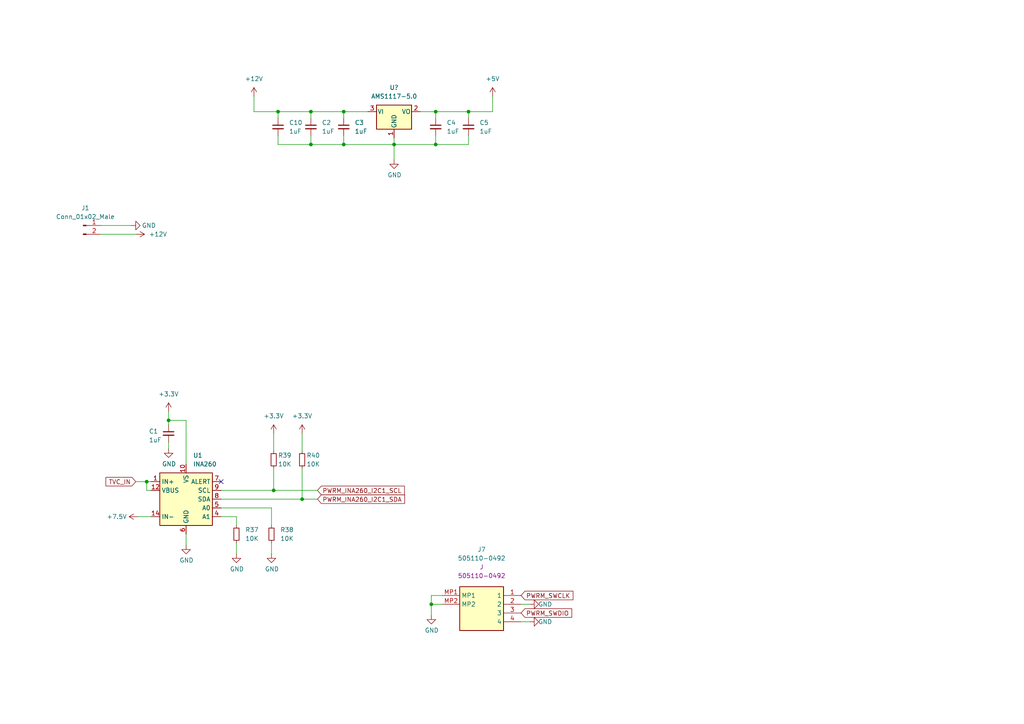
<source format=kicad_sch>
(kicad_sch (version 20211123) (generator eeschema)
  (paper "A4")
  (lib_symbols
    (symbol "505110-0492:505110-0492"
      (property "Value" "505110-0492" (at 0 0 0))
      (property "Reference_1" "J" (at 19.05 7.62 0))
      (property "Value_1" "505110-0492" (at 19.05 5.08 0))
      (symbol "505110-0492_1_1"
        (rectangle (start 5.08 2.54) (end 17.78 -10.16) (stroke (width 0.254)) (fill (type background)))
        (pin passive line (at 22.86 0 180) (length 5.08) (name "1") (number "1"))
        (pin passive line (at 22.86 -2.54 180) (length 5.08) (name "2") (number "2"))
        (pin passive line (at 22.86 -5.08 180) (length 5.08) (name "3") (number "3"))
        (pin passive line (at 22.86 -7.62 180) (length 5.08) (name "4") (number "4"))
        (pin passive line (at 0 0 0) (length 5.08) (name "MP1") (number "MP1"))
        (pin passive line (at 0 -2.54 0) (length 5.08) (name "MP2") (number "MP2"))
      )
    )
    (symbol "C_Small_1" (pin_numbers hide) (pin_names (offset 0.254) hide)
      (property "Reference" "C" (at 0.254 1.778 0))
      (property "Value" "C_Small_1" (at 0.254 -2.032 0))
      (symbol "C_Small_1_0_1"
        (polyline (pts (xy -1.524 -0.508) (xy 1.524 -0.508)) (stroke (width 0.3302)))
        (polyline (pts (xy -1.524 0.508) (xy 1.524 0.508)) (stroke (width 0.3048)))
      )
      (symbol "C_Small_1_1_1"
        (pin passive line (at 0 2.54 270) (length 2.032) (name "~") (number "1"))
        (pin passive line (at 0 -2.54 90) (length 2.032) (name "~") (number "2"))
      )
    )
    (symbol "Connector:Conn_01x02_Male" (pin_names (offset 1.016) hide)
      (property "Reference" "J" (at 0 2.54 0))
      (property "Value" "Conn_01x02_Male" (at 0 -5.08 0))
      (symbol "Conn_01x02_Male_1_1"
        (polyline (pts (xy 1.27 -2.54) (xy 0.8636 -2.54)) (stroke (width 0.1524)))
        (polyline (pts (xy 1.27 0) (xy 0.8636 0)) (stroke (width 0.1524)))
        (rectangle (start 0.8636 -2.413) (end 0 -2.667) (stroke (width 0.1524)) (fill (type outline)))
        (rectangle (start 0.8636 0.127) (end 0 -0.127) (stroke (width 0.1524)) (fill (type outline)))
        (pin passive line (at 5.08 0 180) (length 3.81) (name "Pin_1") (number "1"))
        (pin passive line (at 5.08 -2.54 180) (length 3.81) (name "Pin_2") (number "2"))
      )
    )
    (symbol "Device:C_Small" (pin_numbers hide) (pin_names (offset 0.254) hide)
      (property "Reference" "C" (at 0.254 1.778 0))
      (property "Value" "C_Small" (at 0.254 -2.032 0))
      (symbol "C_Small_0_1"
        (polyline (pts (xy -1.524 -0.508) (xy 1.524 -0.508)) (stroke (width 0.3302)))
        (polyline (pts (xy -1.524 0.508) (xy 1.524 0.508)) (stroke (width 0.3048)))
      )
      (symbol "C_Small_1_1"
        (pin passive line (at 0 2.54 270) (length 2.032) (name "~") (number "1"))
        (pin passive line (at 0 -2.54 90) (length 2.032) (name "~") (number "2"))
      )
    )
    (symbol "Device:R_Small" (pin_numbers hide) (pin_names (offset 0.254) hide)
      (property "Reference" "R" (at 0.762 0.508 0))
      (property "Value" "R_Small" (at 0.762 -1.016 0))
      (symbol "R_Small_0_1"
        (rectangle (start -0.762 1.778) (end 0.762 -1.778) (stroke (width 0.2032)))
      )
      (symbol "R_Small_1_1"
        (pin passive line (at 0 2.54 270) (length 0.762) (name "~") (number "1"))
        (pin passive line (at 0 -2.54 90) (length 0.762) (name "~") (number "2"))
      )
    )
    (symbol "Regulator_Linear:AMS1117-5.0" (pin_names (offset 0.254))
      (property "Reference" "U" (at -3.81 3.175 0))
      (property "Value" "AMS1117-5.0" (at 0 3.175 0))
      (symbol "AMS1117-5.0_0_1"
        (rectangle (start -5.08 -5.08) (end 5.08 1.905) (stroke (width 0.254)) (fill (type background)))
      )
      (symbol "AMS1117-5.0_1_1"
        (pin power_in line (at 0 -7.62 90) (length 2.54) (name "GND") (number "1"))
        (pin power_out line (at 7.62 0 180) (length 2.54) (name "VO") (number "2"))
        (pin power_in line (at -7.62 0 0) (length 2.54) (name "VI") (number "3"))
      )
    )
    (symbol "Sensor:INA260"
      (property "Reference" "U" (at -6.35 8.89 0))
      (property "Value" "INA260" (at 2.54 8.89 0))
      (symbol "INA260_0_1"
        (rectangle (start -7.62 7.62) (end 7.62 -7.62) (stroke (width 0.254)) (fill (type background)))
      )
      (symbol "INA260_1_1"
        (pin passive line (at -10.16 5.08 0) (length 2.54) (name "IN+") (number "1"))
        (pin power_in line (at 0 10.16 270) (length 2.54) (name "VS") (number "10"))
        (pin passive line (at 0 -10.16 90) (length 2.54) hide (name "GND") (number "11"))
        (pin passive line (at -10.16 2.54 0) (length 2.54) (name "VBUS") (number "12"))
        (pin no_connect line (at 2.54 -7.62 90) (length 2.54) hide (name "NC") (number "13"))
        (pin passive line (at -10.16 -5.08 0) (length 2.54) (name "IN-") (number "14"))
        (pin passive line (at -10.16 -5.08 0) (length 2.54) hide (name "IN-") (number "15"))
        (pin passive line (at -10.16 -5.08 0) (length 2.54) hide (name "IN-") (number "16"))
        (pin passive line (at -10.16 5.08 0) (length 2.54) hide (name "IN+") (number "2"))
        (pin passive line (at -10.16 5.08 0) (length 2.54) hide (name "IN+") (number "3"))
        (pin input line (at 10.16 -5.08 180) (length 2.54) (name "A1") (number "4"))
        (pin input line (at 10.16 -2.54 180) (length 2.54) (name "A0") (number "5"))
        (pin power_in line (at 0 -10.16 90) (length 2.54) (name "GND") (number "6"))
        (pin open_collector line (at 10.16 5.08 180) (length 2.54) (name "ALERT") (number "7"))
        (pin bidirectional line (at 10.16 0 180) (length 2.54) (name "SDA") (number "8"))
        (pin input line (at 10.16 2.54 180) (length 2.54) (name "SCL") (number "9"))
      )
    )
    (symbol "power:+12V" (power) (pin_names (offset 0))
      (property "Value" "+12V" (at 0 3.556 0))
      (symbol "+12V_0_1"
        (polyline (pts (xy -0.762 1.27) (xy 0 2.54)))
        (polyline (pts (xy 0 0) (xy 0 2.54)))
        (polyline (pts (xy 0 2.54) (xy 0.762 1.27)))
      )
      (symbol "+12V_1_1"
        (pin power_in line (at 0 0 90) (length 0) hide (name "+12V") (number "1"))
      )
    )
    (symbol "power:+3.3V" (power) (pin_names (offset 0))
      (property "Value" "+3.3V" (at 0 3.556 0))
      (symbol "+3.3V_0_1"
        (polyline (pts (xy -0.762 1.27) (xy 0 2.54)))
        (polyline (pts (xy 0 0) (xy 0 2.54)))
        (polyline (pts (xy 0 2.54) (xy 0.762 1.27)))
      )
      (symbol "+3.3V_1_1"
        (pin power_in line (at 0 0 90) (length 0) hide (name "+3.3V") (number "1"))
      )
    )
    (symbol "power:+5V" (power) (pin_names (offset 0))
      (property "Value" "+5V" (at 0 3.556 0))
      (symbol "+5V_0_1"
        (polyline (pts (xy -0.762 1.27) (xy 0 2.54)))
        (polyline (pts (xy 0 0) (xy 0 2.54)))
        (polyline (pts (xy 0 2.54) (xy 0.762 1.27)))
      )
      (symbol "+5V_1_1"
        (pin power_in line (at 0 0 90) (length 0) hide (name "+5V") (number "1"))
      )
    )
    (symbol "power:+7.5V" (power) (pin_names (offset 0))
      (property "Value" "+7.5V" (at 0 3.556 0))
      (symbol "+7.5V_0_1"
        (polyline (pts (xy -0.762 1.27) (xy 0 2.54)))
        (polyline (pts (xy 0 0) (xy 0 2.54)))
        (polyline (pts (xy 0 2.54) (xy 0.762 1.27)))
      )
      (symbol "+7.5V_1_1"
        (pin power_in line (at 0 0 90) (length 0) hide (name "+7.5V") (number "1"))
      )
    )
    (symbol "power:GND" (power) (pin_names (offset 0))
      (property "Value" "power_GND" (at 0 -3.81 0))
      (symbol "GND_0_1"
        (polyline (pts (xy 0 0) (xy 0 -1.27) (xy 1.27 -1.27) (xy 0 -2.54) (xy -1.27 -1.27) (xy 0 -1.27)))
      )
      (symbol "GND_1_1"
        (pin power_in line (at 0 0 270) (length 0) hide (name "GND") (number "1"))
      )
    )
  )
  (junction (at 135.89 32.385))
  (junction (at 79.375 142.24))
  (junction (at 126.365 32.385))
  (junction (at 125.095 175.26))
  (junction (at 90.17 41.91))
  (junction (at 126.365 41.91))
  (junction (at 99.695 32.385))
  (junction (at 87.63 144.78))
  (junction (at 99.695 41.91))
  (junction (at 90.17 32.385))
  (junction (at 80.645 32.385))
  (junction (at 42.545 139.7))
  (junction (at 114.3 41.91))
  (junction (at 48.895 121.92))
  (no_connect (at 64.135 139.7))
  (wire (pts (xy 125.095 175.26) (xy 125.095 178.435)))
  (wire (pts (xy 79.375 125.73) (xy 79.375 130.81)))
  (wire (pts (xy 40.005 149.86) (xy 43.815 149.86)))
  (wire (pts (xy 135.89 32.385) (xy 135.89 34.29)))
  (wire (pts (xy 79.375 135.89) (xy 79.375 142.24)))
  (wire (pts (xy 80.645 32.385) (xy 90.17 32.385)))
  (wire (pts (xy 125.095 172.72) (xy 125.095 175.26)))
  (wire (pts (xy 53.975 121.92) (xy 48.895 121.92)))
  (wire (pts (xy 142.875 27.94) (xy 142.875 32.385)))
  (wire (pts (xy 126.365 32.385) (xy 135.89 32.385)))
  (wire (pts (xy 42.545 142.24) (xy 42.545 139.7)))
  (wire (pts (xy 128.27 175.26) (xy 125.095 175.26)))
  (wire (pts (xy 39.37 139.7) (xy 42.545 139.7)))
  (wire (pts (xy 87.63 144.78) (xy 92.075 144.78)))
  (wire (pts (xy 73.66 27.94) (xy 73.66 32.385)))
  (wire (pts (xy 135.89 32.385) (xy 142.875 32.385)))
  (wire (pts (xy 151.13 175.26) (xy 153.67 175.26)))
  (wire (pts (xy 29.21 67.945) (xy 39.37 67.945)))
  (wire (pts (xy 29.21 65.405) (xy 38.1 65.405)))
  (wire (pts (xy 78.74 147.32) (xy 78.74 152.4)))
  (wire (pts (xy 48.895 128.27) (xy 48.895 130.175)))
  (wire (pts (xy 90.17 39.37) (xy 90.17 41.91)))
  (wire (pts (xy 48.895 119.38) (xy 48.895 121.92)))
  (wire (pts (xy 64.135 149.86) (xy 68.58 149.86)))
  (wire (pts (xy 99.695 32.385) (xy 99.695 34.29)))
  (wire (pts (xy 126.365 34.29) (xy 126.365 32.385)))
  (wire (pts (xy 99.695 39.37) (xy 99.695 41.91)))
  (wire (pts (xy 53.975 134.62) (xy 53.975 121.92)))
  (wire (pts (xy 128.27 172.72) (xy 125.095 172.72)))
  (wire (pts (xy 126.365 39.37) (xy 126.365 41.91)))
  (wire (pts (xy 78.74 157.48) (xy 78.74 160.655)))
  (wire (pts (xy 114.3 41.91) (xy 114.3 40.005)))
  (wire (pts (xy 87.63 125.73) (xy 87.63 130.81)))
  (wire (pts (xy 64.135 147.32) (xy 78.74 147.32)))
  (wire (pts (xy 80.645 41.91) (xy 90.17 41.91)))
  (wire (pts (xy 90.17 41.91) (xy 99.695 41.91)))
  (wire (pts (xy 135.89 39.37) (xy 135.89 41.91)))
  (wire (pts (xy 126.365 41.91) (xy 114.3 41.91)))
  (wire (pts (xy 68.58 157.48) (xy 68.58 160.655)))
  (wire (pts (xy 121.92 32.385) (xy 126.365 32.385)))
  (wire (pts (xy 80.645 39.37) (xy 80.645 41.91)))
  (wire (pts (xy 48.895 121.92) (xy 48.895 123.19)))
  (wire (pts (xy 42.545 139.7) (xy 43.815 139.7)))
  (wire (pts (xy 90.17 32.385) (xy 99.695 32.385)))
  (wire (pts (xy 90.17 32.385) (xy 90.17 34.29)))
  (wire (pts (xy 64.135 142.24) (xy 79.375 142.24)))
  (wire (pts (xy 68.58 149.86) (xy 68.58 152.4)))
  (wire (pts (xy 73.66 32.385) (xy 80.645 32.385)))
  (wire (pts (xy 79.375 142.24) (xy 92.075 142.24)))
  (wire (pts (xy 99.695 41.91) (xy 114.3 41.91)))
  (wire (pts (xy 53.975 154.94) (xy 53.975 158.115)))
  (wire (pts (xy 151.13 180.34) (xy 153.67 180.34)))
  (wire (pts (xy 135.89 41.91) (xy 126.365 41.91)))
  (wire (pts (xy 64.135 144.78) (xy 87.63 144.78)))
  (wire (pts (xy 114.3 41.91) (xy 114.3 46.355)))
  (wire (pts (xy 99.695 32.385) (xy 106.68 32.385)))
  (wire (pts (xy 43.815 142.24) (xy 42.545 142.24)))
  (wire (pts (xy 80.645 32.385) (xy 80.645 34.29)))
  (wire (pts (xy 87.63 135.89) (xy 87.63 144.78)))
  (global_label "PWRM_INA260_I2C1_SCL" (shape input) (at 92.075 142.24 0) (property "Intersheet References" "${INTERSHEET_REFS}" (effects hide)))
  (global_label "PWRM_INA260_I2C1_SDA" (shape input) (at 92.075 144.78 0) (property "Intersheet References" "${INTERSHEET_REFS}" (effects hide)))
  (global_label "TVC_IN" (shape input) (at 39.37 139.7 180) (property "Intersheet References" "${INTERSHEET_REFS}" (effects hide)))
  (global_label "PWRM_SWDIO" (shape input) (at 151.13 177.8 0) (property "Intersheet References" "${INTERSHEET_REFS}" (effects hide)))
  (global_label "PWRM_SWCLK" (shape input) (at 151.13 172.72 0) (property "Intersheet References" "${INTERSHEET_REFS}" (effects hide)))
  (symbol (lib_id "Device:C_Small") (at 135.89 36.83 0) (unit 1)
    (property "Reference" "C5" (at 139.065 35.5662 0) (effects (justify left)))
    (property "Value" "1uF" (at 139.065 38.1062 0) (effects (justify left)))
    (property "Footprint" "Capacitor_SMD:C_0805_2012Metric" (effects hide))
  )
  (symbol (lib_id "Device:R_Small") (at 79.375 133.35 0) (unit 1)
    (property "Reference" "R39" (at 80.645 132.08 0) (effects (justify left)))
    (property "Value" "10K" (at 80.645 134.62 0) (effects (justify left)))
    (property "Footprint" "Resistor_SMD:R_0402_1005Metric" (effects hide))
  )
  (symbol (lib_id "Sensor:INA260") (at 53.975 144.78 0) (unit 1)
    (property "Reference" "U1" (at 55.9944 132.08 0) (effects (justify left)))
    (property "Value" "INA260" (at 55.9944 134.62 0) (effects (justify left)))
    (property "Footprint" "Package_SO:TSSOP-16_4.4x5mm_P0.65mm" (effects hide))
    (property "Datasheet" "http://www.ti.com/lit/ds/symlink/ina260.pdf" (effects hide))
  )
  (symbol (lib_id "Connector:Conn_01x02_Male") (at 24.13 65.405 0) (unit 1)
    (property "Reference" "J1" (at 24.765 60.325 0))
    (property "Value" "Conn_01x02_Male" (at 24.765 62.865 0))
    (property "Footprint" "Connector_AMASS:AMASS_XT30U-M_1x02_P5.0mm_Vertical" (effects hide))
  )
  (symbol (lib_id "power:GND") (at 78.74 160.655 0) (unit 1)
    (property "Reference" "#PWR0105" (effects hide))
    (property "Value" "GND" (at 78.867 165.0492 0))
  )
  (symbol (lib_id "power:GND") (at 153.67 180.34 90) (unit 1)
    (property "Reference" "#PWR0116" (effects hide))
    (property "Value" "GND" (at 158.115 180.34 90))
  )
  (symbol (lib_id "Device:C_Small") (at 90.17 36.83 0) (unit 1)
    (property "Reference" "C2" (at 93.345 35.5662 0) (effects (justify left)))
    (property "Value" "1uF" (at 93.345 38.1062 0) (effects (justify left)))
    (property "Footprint" "Capacitor_SMD:C_0805_2012Metric" (effects hide))
  )
  (symbol (lib_id "power:+3.3V") (at 79.375 125.73 0) (unit 1)
    (property "Reference" "#PWR?" (effects hide))
    (property "Value" "+3.3V" (at 79.375 120.65 0))
  )
  (symbol (lib_id "power:+12V") (at 73.66 27.94 0) (unit 1)
    (property "Reference" "#PWR0106" (effects hide))
    (property "Value" "+12V" (at 73.66 22.86 0))
  )
  (symbol (lib_id "Device:R_Small") (at 87.63 133.35 0) (unit 1)
    (property "Reference" "R40" (at 88.9 132.08 0) (effects (justify left)))
    (property "Value" "10K" (at 88.9 134.62 0) (effects (justify left)))
    (property "Footprint" "Resistor_SMD:R_0402_1005Metric" (effects hide))
  )
  (symbol (lib_id "power:GND") (at 125.095 178.435 0) (unit 1)
    (property "Reference" "#PWR0113" (effects hide))
    (property "Value" "GND" (at 125.222 182.8292 0))
  )
  (symbol (lib_id "power:+7.5V") (at 40.005 149.86 90) (unit 1)
    (property "Reference" "#PWR02" (effects hide))
    (property "Value" "+7.5V" (at 36.83 149.8599 90) (effects (justify left)))
  )
  (symbol (lib_id "Device:C_Small") (at 99.695 36.83 0) (unit 1)
    (property "Reference" "C3" (at 102.87 35.5662 0) (effects (justify left)))
    (property "Value" "1uF" (at 102.87 38.1062 0) (effects (justify left)))
    (property "Footprint" "Capacitor_SMD:C_0805_2012Metric" (effects hide))
  )
  (symbol (lib_id "power:GND") (at 153.67 175.26 90) (unit 1)
    (property "Reference" "#PWR0117" (effects hide))
    (property "Value" "GND" (at 158.115 175.26 90))
  )
  (symbol (lib_id "Device:R_Small") (at 78.74 154.94 0) (unit 1)
    (property "Reference" "R38" (at 81.28 153.6699 0) (effects (justify left)))
    (property "Value" "10K" (at 81.28 156.2099 0) (effects (justify left)))
    (property "Footprint" "Resistor_SMD:R_0402_1005Metric" (effects hide))
  )
  (symbol (lib_id "power:+3.3V") (at 48.895 119.38 0) (unit 1)
    (property "Reference" "#PWR?" (effects hide))
    (property "Value" "+3.3V" (at 48.895 114.3 0))
  )
  (symbol (lib_id "power:GND") (at 48.895 130.175 0) (unit 1)
    (property "Reference" "#PWR0101" (effects hide))
    (property "Value" "GND" (at 49.022 134.5692 0))
  )
  (symbol (lib_id "power:GND") (at 114.3 46.355 0) (unit 1)
    (property "Reference" "#PWR0110" (effects hide))
    (property "Value" "GND" (at 114.427 50.7492 0))
  )
  (symbol (lib_id "power:GND") (at 38.1 65.405 90) (unit 1)
    (property "Reference" "#PWR01" (effects hide))
    (property "Value" "GND" (at 43.18 65.405 90))
  )
  (symbol (lib_id "Device:R_Small") (at 68.58 154.94 0) (unit 1)
    (property "Reference" "R37" (at 71.12 153.6699 0) (effects (justify left)))
    (property "Value" "10K" (at 71.12 156.2099 0) (effects (justify left)))
    (property "Footprint" "Resistor_SMD:R_0402_1005Metric" (effects hide))
  )
  (symbol (lib_id "power:+12V") (at 39.37 67.945 270) (unit 1)
    (property "Reference" "#PWR0102" (effects hide))
    (property "Value" "+12V" (at 43.18 67.9449 90) (effects (justify left)))
  )
  (symbol (lib_id "Device:C_Small") (at 80.645 36.83 0) (unit 1)
    (property "Reference" "C10" (at 83.82 35.5662 0) (effects (justify left)))
    (property "Value" "1uF" (at 83.82 38.1062 0) (effects (justify left)))
    (property "Footprint" "Capacitor_SMD:C_0805_2012Metric" (effects hide))
  )
  (symbol (lib_id "power:GND") (at 68.58 160.655 0) (unit 1)
    (property "Reference" "#PWR0103" (effects hide))
    (property "Value" "GND" (at 68.707 165.0492 0))
  )
  (symbol (lib_id "power:+3.3V") (at 87.63 125.73 0) (unit 1)
    (property "Reference" "#PWR?" (effects hide))
    (property "Value" "+3.3V" (at 87.63 120.65 0))
  )
  (symbol (lib_id "power:GND") (at 53.975 158.115 0) (unit 1)
    (property "Reference" "#PWR0104" (effects hide))
    (property "Value" "GND" (at 54.102 162.5092 0))
  )
  (symbol (lib_id "power:+5V") (at 142.875 27.94 0) (unit 1)
    (property "Reference" "#PWR?" (effects hide))
    (property "Value" "+5V" (at 142.875 22.86 0))
  )
  (symbol (lib_id "505110-0492:505110-0492") (at 128.27 172.72 0) (unit 1)
    (property "Reference" "J7" (at 139.7 159.385 0))
    (property "Value" "505110-0492" (at 139.7 161.925 0))
    (property "Footprint" "FFC_4P_Connector:5051100492" (effects hide))
    (property "Reference_1" "J" (at 139.7 164.465 0))
    (property "Value_1" "505110-0492" (at 139.7 167.005 0))
    (property "Footprint_1" "5051100492" (effects hide))
    (property "Datasheet_1" "https://www.molex.com/pdm_docs/sd/5051100592_sd.pdf" (effects hide))
    (property "Height" "3.95" (effects hide))
    (property "Manufacturer_Name" "Molex" (effects hide))
    (property "Manufacturer_Part_Number" "505110-0492" (effects hide))
    (property "Mouser Part Number" "538-505110-0492" (effects hide))
    (property "Mouser Price/Stock" "https://www.mouser.co.uk/ProductDetail/Molex/505110-0492?qs=RawsiUxJOFQzykwKvzl6%2Fw%3D%3D" (effects hide))
    (property "Arrow Part Number" "505110-0492" (effects hide))
    (property "Arrow Price/Stock" "https://www.arrow.com/en/products/505110-0492/molex" (effects hide))
  )
  (symbol (lib_id "Device:C_Small") (at 126.365 36.83 0) (unit 1)
    (property "Reference" "C4" (at 129.54 35.5662 0) (effects (justify left)))
    (property "Value" "1uF" (at 129.54 38.1062 0) (effects (justify left)))
    (property "Footprint" "Capacitor_SMD:C_0805_2012Metric" (effects hide))
  )
  (symbol (lib_id "Regulator_Linear:AMS1117-5.0") (at 114.3 32.385 0) (unit 1)
    (property "Reference" "U?" (at 114.3 25.4 0))
    (property "Value" "AMS1117-5.0" (at 114.3 27.94 0))
    (property "Footprint" "Package_TO_SOT_SMD:SOT-223-3_TabPin2" (effects hide))
    (property "Datasheet" "http://www.advanced-monolithic.com/pdf/ds1117.pdf" (effects hide))
  )
  (symbol (lib_name "C_Small_1") (lib_id "Device:C_Small") (at 48.895 125.73 0) (unit 1)
    (property "Reference" "C1" (at 43.18 125.095 0) (effects (justify left)))
    (property "Value" "1uF" (at 43.18 127.635 0) (effects (justify left)))
    (property "Footprint" "Capacitor_SMD:C_0402_1005Metric" (effects hide))
  )
)
</source>
